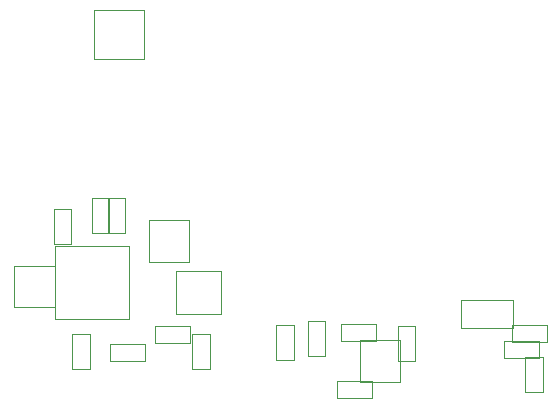
<source format=gbr>
G04 #@! TF.GenerationSoftware,KiCad,Pcbnew,(5.0.1)-3*
G04 #@! TF.CreationDate,2019-11-22T16:36:39-05:00*
G04 #@! TF.ProjectId,SmartWatch,536D61727457617463682E6B69636164,rev?*
G04 #@! TF.SameCoordinates,Original*
G04 #@! TF.FileFunction,Other,User*
%FSLAX46Y46*%
G04 Gerber Fmt 4.6, Leading zero omitted, Abs format (unit mm)*
G04 Created by KiCad (PCBNEW (5.0.1)-3) date 11/22/2019 4:36:39 PM*
%MOMM*%
%LPD*%
G01*
G04 APERTURE LIST*
%ADD10C,0.050000*%
G04 APERTURE END LIST*
D10*
G04 #@! TO.C,U10*
X195276400Y-103326000D02*
X195276400Y-109526000D01*
X195276400Y-109526000D02*
X189076400Y-109526000D01*
X189076400Y-109526000D02*
X189076400Y-103326000D01*
X189076400Y-103326000D02*
X195276400Y-103326000D01*
G04 #@! TO.C,D2*
X223431200Y-110217600D02*
X227831200Y-110217600D01*
X227831200Y-110217600D02*
X227831200Y-107917600D01*
X227831200Y-107917600D02*
X223431200Y-107917600D01*
X223431200Y-110217600D02*
X223431200Y-107917600D01*
G04 #@! TO.C,R19*
X200463600Y-111524800D02*
X200463600Y-110064800D01*
X200463600Y-110064800D02*
X197503600Y-110064800D01*
X197503600Y-110064800D02*
X197503600Y-111524800D01*
X197503600Y-111524800D02*
X200463600Y-111524800D01*
G04 #@! TO.C,C6*
X191992000Y-113697200D02*
X191992000Y-110737200D01*
X190532000Y-113697200D02*
X191992000Y-113697200D01*
X190532000Y-110737200D02*
X190532000Y-113697200D01*
X191992000Y-110737200D02*
X190532000Y-110737200D01*
G04 #@! TO.C,C7*
X202152000Y-110737200D02*
X200692000Y-110737200D01*
X200692000Y-110737200D02*
X200692000Y-113697200D01*
X200692000Y-113697200D02*
X202152000Y-113697200D01*
X202152000Y-113697200D02*
X202152000Y-110737200D01*
G04 #@! TO.C,Q2*
X214835000Y-114780000D02*
X218235000Y-114780000D01*
X218235000Y-114780000D02*
X218235000Y-111280000D01*
X218235000Y-111280000D02*
X214835000Y-111280000D01*
X214835000Y-111280000D02*
X214835000Y-114780000D01*
G04 #@! TO.C,Q3*
X200378800Y-104620000D02*
X200378800Y-101120000D01*
X196978800Y-104620000D02*
X200378800Y-104620000D01*
X196978800Y-101120000D02*
X196978800Y-104620000D01*
X200378800Y-101120000D02*
X196978800Y-101120000D01*
G04 #@! TO.C,Q4*
X189049600Y-108430800D02*
X189049600Y-105030800D01*
X189049600Y-105030800D02*
X185549600Y-105030800D01*
X185549600Y-105030800D02*
X185549600Y-108430800D01*
X185549600Y-108430800D02*
X189049600Y-108430800D01*
G04 #@! TO.C,U5*
X199268000Y-105438800D02*
X199268000Y-109038800D01*
X203068000Y-105438800D02*
X199268000Y-105438800D01*
X203068000Y-109038800D02*
X203068000Y-105438800D01*
X199268000Y-109038800D02*
X203068000Y-109038800D01*
G04 #@! TO.C,R1*
X192157600Y-102191100D02*
X193617600Y-102191100D01*
X193617600Y-102191100D02*
X193617600Y-99231100D01*
X193617600Y-99231100D02*
X192157600Y-99231100D01*
X192157600Y-99231100D02*
X192157600Y-102191100D01*
G04 #@! TO.C,R2*
X193529200Y-99231100D02*
X193529200Y-102191100D01*
X194989200Y-99231100D02*
X193529200Y-99231100D01*
X194989200Y-102191100D02*
X194989200Y-99231100D01*
X193529200Y-102191100D02*
X194989200Y-102191100D01*
G04 #@! TO.C,R17*
X230346000Y-112693000D02*
X228886000Y-112693000D01*
X228886000Y-112693000D02*
X228886000Y-115653000D01*
X228886000Y-115653000D02*
X230346000Y-115653000D01*
X230346000Y-115653000D02*
X230346000Y-112693000D01*
G04 #@! TO.C,R16*
X219525600Y-113036800D02*
X219525600Y-110076800D01*
X218065600Y-113036800D02*
X219525600Y-113036800D01*
X218065600Y-110076800D02*
X218065600Y-113036800D01*
X219525600Y-110076800D02*
X218065600Y-110076800D01*
G04 #@! TO.C,R15*
X209264000Y-110026000D02*
X207804000Y-110026000D01*
X207804000Y-110026000D02*
X207804000Y-112986000D01*
X207804000Y-112986000D02*
X209264000Y-112986000D01*
X209264000Y-112986000D02*
X209264000Y-110026000D01*
G04 #@! TO.C,R13*
X215856000Y-114713000D02*
X212896000Y-114713000D01*
X215856000Y-116173000D02*
X215856000Y-114713000D01*
X212896000Y-116173000D02*
X215856000Y-116173000D01*
X212896000Y-114713000D02*
X212896000Y-116173000D01*
G04 #@! TO.C,R10*
X230029200Y-111334800D02*
X227069200Y-111334800D01*
X230029200Y-112794800D02*
X230029200Y-111334800D01*
X227069200Y-112794800D02*
X230029200Y-112794800D01*
X227069200Y-111334800D02*
X227069200Y-112794800D01*
G04 #@! TO.C,R9*
X230689600Y-111423200D02*
X230689600Y-109963200D01*
X230689600Y-109963200D02*
X227729600Y-109963200D01*
X227729600Y-109963200D02*
X227729600Y-111423200D01*
X227729600Y-111423200D02*
X230689600Y-111423200D01*
G04 #@! TO.C,R6*
X196653600Y-113048800D02*
X196653600Y-111588800D01*
X196653600Y-111588800D02*
X193693600Y-111588800D01*
X193693600Y-111588800D02*
X193693600Y-113048800D01*
X193693600Y-113048800D02*
X196653600Y-113048800D01*
G04 #@! TO.C,R5*
X213277000Y-111347000D02*
X216237000Y-111347000D01*
X213277000Y-109887000D02*
X213277000Y-111347000D01*
X216237000Y-109887000D02*
X213277000Y-109887000D01*
X216237000Y-111347000D02*
X216237000Y-109887000D01*
G04 #@! TO.C,R7*
X190417200Y-100170800D02*
X188957200Y-100170800D01*
X188957200Y-100170800D02*
X188957200Y-103130800D01*
X188957200Y-103130800D02*
X190417200Y-103130800D01*
X190417200Y-103130800D02*
X190417200Y-100170800D01*
G04 #@! TO.C,R14*
X211931000Y-109645000D02*
X210471000Y-109645000D01*
X210471000Y-109645000D02*
X210471000Y-112605000D01*
X210471000Y-112605000D02*
X211931000Y-112605000D01*
X211931000Y-112605000D02*
X211931000Y-109645000D01*
G04 #@! TO.C,U7*
X196562400Y-83294800D02*
X196562400Y-87494800D01*
X192362400Y-83294800D02*
X196562400Y-83294800D01*
X192362400Y-87494800D02*
X192362400Y-83294800D01*
X196562400Y-87494800D02*
X192362400Y-87494800D01*
G04 #@! TD*
M02*

</source>
